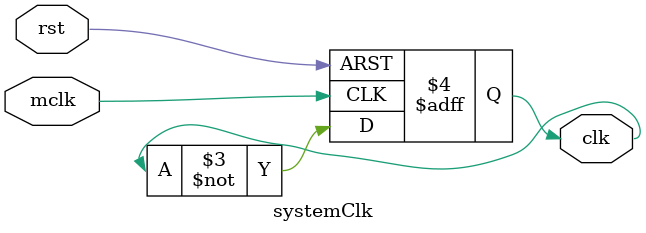
<source format=v>

`timescale 1ns/1ns

module systemClk(mclk,clk,rst);
input mclk;
input rst;
output reg clk;
always @(posedge mclk or negedge rst)
    if(!rst) clk = 1'b0;
    else    clk = ~clk;
endmodule
</source>
